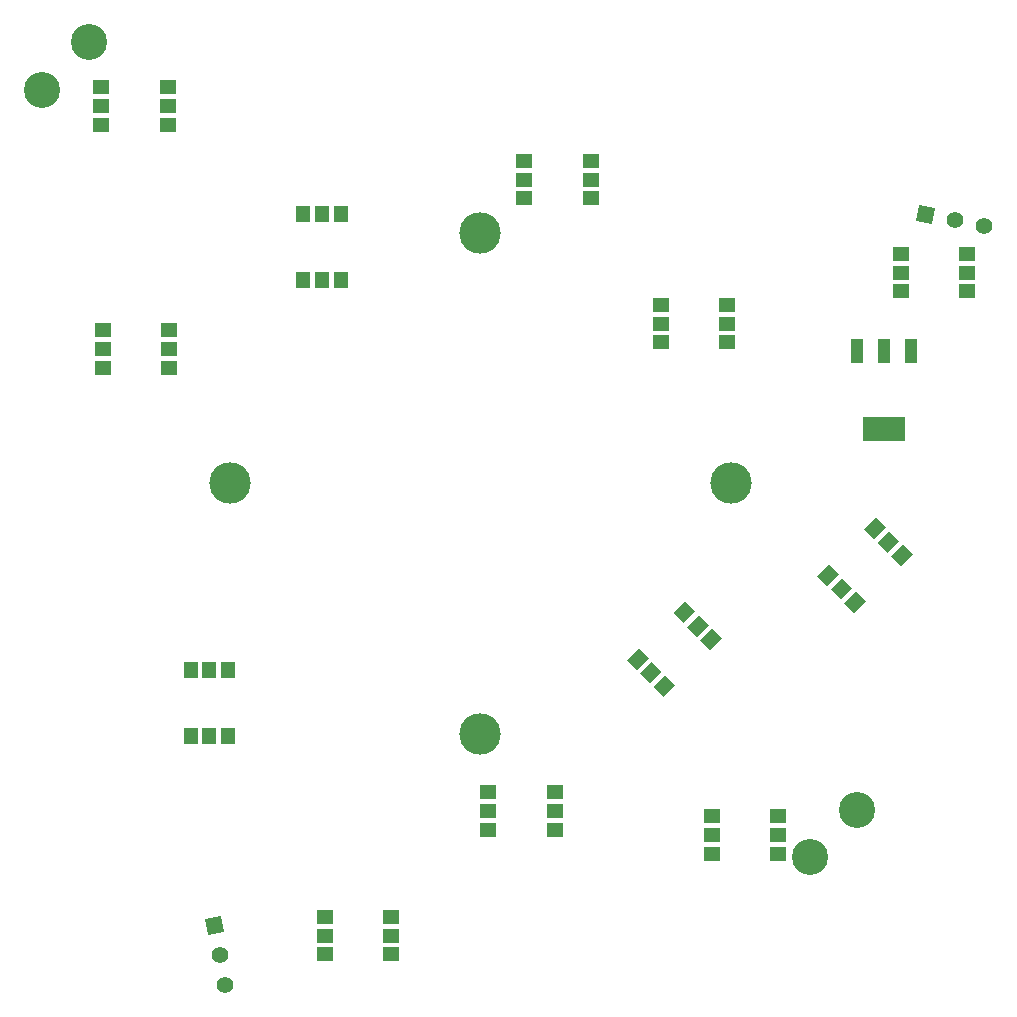
<source format=gbs>
G04 (created by PCBNEW (2013-dec-23)-stable) date Sun 22 Jun 2014 10:38:52 PM CEST*
%MOIN*%
G04 Gerber Fmt 3.4, Leading zero omitted, Abs format*
%FSLAX34Y34*%
G01*
G70*
G90*
G04 APERTURE LIST*
%ADD10C,0.00590551*%
%ADD11R,0.0551181X0.0472441*%
%ADD12R,0.0472441X0.0551181*%
%ADD13R,0.144X0.08*%
%ADD14R,0.04X0.08*%
%ADD15C,0.055*%
%ADD16C,0.1381*%
%ADD17C,0.12*%
G04 APERTURE END LIST*
G54D10*
G54D11*
X23897Y-28000D03*
X23897Y-27370D03*
X23897Y-28629D03*
X26102Y-28000D03*
X26102Y-28629D03*
X26102Y-27370D03*
G54D10*
G36*
X30141Y-18192D02*
X29751Y-18582D01*
X29417Y-18248D01*
X29807Y-17858D01*
X30141Y-18192D01*
X30141Y-18192D01*
G37*
G36*
X30586Y-18638D02*
X30197Y-19027D01*
X29863Y-18693D01*
X30252Y-18304D01*
X30586Y-18638D01*
X30586Y-18638D01*
G37*
G36*
X29695Y-17747D02*
X29306Y-18136D01*
X28972Y-17802D01*
X29361Y-17413D01*
X29695Y-17747D01*
X29695Y-17747D01*
G37*
G36*
X28582Y-19751D02*
X28192Y-20141D01*
X27858Y-19807D01*
X28248Y-19417D01*
X28582Y-19751D01*
X28582Y-19751D01*
G37*
G36*
X28136Y-19306D02*
X27747Y-19695D01*
X27413Y-19361D01*
X27802Y-18972D01*
X28136Y-19306D01*
X28136Y-19306D01*
G37*
G36*
X29027Y-20197D02*
X28638Y-20586D01*
X28304Y-20252D01*
X28693Y-19863D01*
X29027Y-20197D01*
X29027Y-20197D01*
G37*
G36*
X23791Y-20992D02*
X23401Y-21382D01*
X23067Y-21048D01*
X23457Y-20658D01*
X23791Y-20992D01*
X23791Y-20992D01*
G37*
G36*
X24236Y-21438D02*
X23847Y-21827D01*
X23513Y-21493D01*
X23902Y-21104D01*
X24236Y-21438D01*
X24236Y-21438D01*
G37*
G36*
X23345Y-20547D02*
X22956Y-20936D01*
X22622Y-20602D01*
X23011Y-20213D01*
X23345Y-20547D01*
X23345Y-20547D01*
G37*
G36*
X22232Y-22551D02*
X21842Y-22941D01*
X21508Y-22607D01*
X21898Y-22217D01*
X22232Y-22551D01*
X22232Y-22551D01*
G37*
G36*
X21786Y-22106D02*
X21397Y-22495D01*
X21063Y-22161D01*
X21452Y-21772D01*
X21786Y-22106D01*
X21786Y-22106D01*
G37*
G36*
X22677Y-22997D02*
X22288Y-23386D01*
X21954Y-23052D01*
X22343Y-22663D01*
X22677Y-22997D01*
X22677Y-22997D01*
G37*
G54D11*
X5752Y-3700D03*
X5752Y-4329D03*
X5752Y-3070D03*
X3547Y-3700D03*
X3547Y-3070D03*
X3547Y-4329D03*
X32402Y-9250D03*
X32402Y-9879D03*
X32402Y-8620D03*
X30197Y-9250D03*
X30197Y-8620D03*
X30197Y-9879D03*
X24402Y-10950D03*
X24402Y-11579D03*
X24402Y-10320D03*
X22197Y-10950D03*
X22197Y-10320D03*
X22197Y-11579D03*
G54D12*
X7150Y-24702D03*
X6520Y-24702D03*
X7779Y-24702D03*
X7150Y-22497D03*
X7779Y-22497D03*
X6520Y-22497D03*
G54D11*
X13202Y-31350D03*
X13202Y-31979D03*
X13202Y-30720D03*
X10997Y-31350D03*
X10997Y-30720D03*
X10997Y-31979D03*
X18652Y-27200D03*
X18652Y-27829D03*
X18652Y-26570D03*
X16447Y-27200D03*
X16447Y-26570D03*
X16447Y-27829D03*
X19852Y-6150D03*
X19852Y-6779D03*
X19852Y-5520D03*
X17647Y-6150D03*
X17647Y-5520D03*
X17647Y-6779D03*
X3597Y-11800D03*
X3597Y-11170D03*
X3597Y-12429D03*
X5802Y-11800D03*
X5802Y-12429D03*
X5802Y-11170D03*
G54D12*
X10900Y-9502D03*
X10270Y-9502D03*
X11529Y-9502D03*
X10900Y-7297D03*
X11529Y-7297D03*
X10270Y-7297D03*
G54D13*
X29650Y-14450D03*
G54D14*
X29650Y-11850D03*
X30550Y-11850D03*
X28750Y-11850D03*
G54D10*
G36*
X30696Y-7535D02*
X30797Y-6995D01*
X31337Y-7096D01*
X31236Y-7636D01*
X30696Y-7535D01*
X30696Y-7535D01*
G37*
G54D15*
X32000Y-7500D03*
X32982Y-7683D03*
G54D10*
G36*
X6995Y-30797D02*
X7535Y-30696D01*
X7636Y-31236D01*
X7096Y-31337D01*
X6995Y-30797D01*
X6995Y-30797D01*
G37*
G54D15*
X7500Y-32000D03*
X7683Y-32982D03*
G54D16*
X16176Y-7921D03*
X24528Y-16272D03*
X16176Y-24624D03*
X7824Y-16272D03*
G54D17*
X3149Y-1574D03*
X27165Y-28740D03*
X28740Y-27165D03*
X1574Y-3149D03*
M02*

</source>
